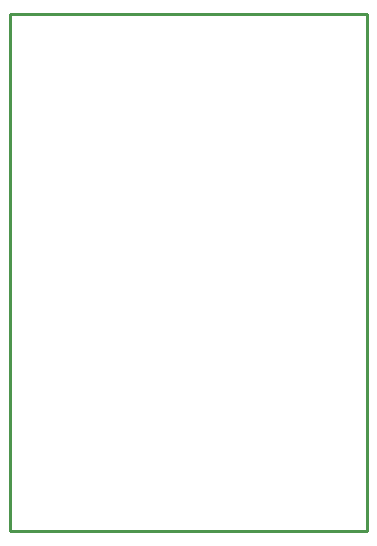
<source format=gbr>
G04 EAGLE Gerber RS-274X export*
G75*
%MOMM*%
%FSLAX34Y34*%
%LPD*%
%IN*%
%IPPOS*%
%AMOC8*
5,1,8,0,0,1.08239X$1,22.5*%
G01*
%ADD10C,0.254000*%


D10*
X0Y0D02*
X301500Y0D01*
X301500Y438050D01*
X0Y438050D01*
X0Y0D01*
M02*

</source>
